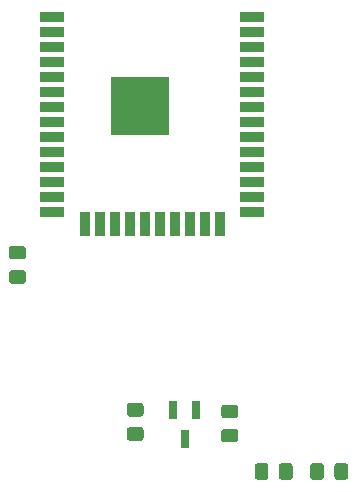
<source format=gbr>
%TF.GenerationSoftware,KiCad,Pcbnew,5.1.5+dfsg1-2build2*%
%TF.CreationDate,2021-01-07T21:04:46-03:00*%
%TF.ProjectId,Punkatoo,50756e6b-6174-46f6-9f2e-6b696361645f,rev?*%
%TF.SameCoordinates,Original*%
%TF.FileFunction,Paste,Top*%
%TF.FilePolarity,Positive*%
%FSLAX46Y46*%
G04 Gerber Fmt 4.6, Leading zero omitted, Abs format (unit mm)*
G04 Created by KiCad (PCBNEW 5.1.5+dfsg1-2build2) date 2021-01-07 21:04:46*
%MOMM*%
%LPD*%
G04 APERTURE LIST*
%ADD10C,0.100000*%
%ADD11R,5.000000X5.000000*%
%ADD12R,2.000000X0.900000*%
%ADD13R,0.900000X2.000000*%
%ADD14R,0.800000X1.500000*%
G04 APERTURE END LIST*
D10*
%TO.C,R4*%
G36*
X120174505Y-93351204D02*
G01*
X120198773Y-93354804D01*
X120222572Y-93360765D01*
X120245671Y-93369030D01*
X120267850Y-93379520D01*
X120288893Y-93392132D01*
X120308599Y-93406747D01*
X120326777Y-93423223D01*
X120343253Y-93441401D01*
X120357868Y-93461107D01*
X120370480Y-93482150D01*
X120380970Y-93504329D01*
X120389235Y-93527428D01*
X120395196Y-93551227D01*
X120398796Y-93575495D01*
X120400000Y-93599999D01*
X120400000Y-94250001D01*
X120398796Y-94274505D01*
X120395196Y-94298773D01*
X120389235Y-94322572D01*
X120380970Y-94345671D01*
X120370480Y-94367850D01*
X120357868Y-94388893D01*
X120343253Y-94408599D01*
X120326777Y-94426777D01*
X120308599Y-94443253D01*
X120288893Y-94457868D01*
X120267850Y-94470480D01*
X120245671Y-94480970D01*
X120222572Y-94489235D01*
X120198773Y-94495196D01*
X120174505Y-94498796D01*
X120150001Y-94500000D01*
X119249999Y-94500000D01*
X119225495Y-94498796D01*
X119201227Y-94495196D01*
X119177428Y-94489235D01*
X119154329Y-94480970D01*
X119132150Y-94470480D01*
X119111107Y-94457868D01*
X119091401Y-94443253D01*
X119073223Y-94426777D01*
X119056747Y-94408599D01*
X119042132Y-94388893D01*
X119029520Y-94367850D01*
X119019030Y-94345671D01*
X119010765Y-94322572D01*
X119004804Y-94298773D01*
X119001204Y-94274505D01*
X119000000Y-94250001D01*
X119000000Y-93599999D01*
X119001204Y-93575495D01*
X119004804Y-93551227D01*
X119010765Y-93527428D01*
X119019030Y-93504329D01*
X119029520Y-93482150D01*
X119042132Y-93461107D01*
X119056747Y-93441401D01*
X119073223Y-93423223D01*
X119091401Y-93406747D01*
X119111107Y-93392132D01*
X119132150Y-93379520D01*
X119154329Y-93369030D01*
X119177428Y-93360765D01*
X119201227Y-93354804D01*
X119225495Y-93351204D01*
X119249999Y-93350000D01*
X120150001Y-93350000D01*
X120174505Y-93351204D01*
G37*
G36*
X120174505Y-91301204D02*
G01*
X120198773Y-91304804D01*
X120222572Y-91310765D01*
X120245671Y-91319030D01*
X120267850Y-91329520D01*
X120288893Y-91342132D01*
X120308599Y-91356747D01*
X120326777Y-91373223D01*
X120343253Y-91391401D01*
X120357868Y-91411107D01*
X120370480Y-91432150D01*
X120380970Y-91454329D01*
X120389235Y-91477428D01*
X120395196Y-91501227D01*
X120398796Y-91525495D01*
X120400000Y-91549999D01*
X120400000Y-92200001D01*
X120398796Y-92224505D01*
X120395196Y-92248773D01*
X120389235Y-92272572D01*
X120380970Y-92295671D01*
X120370480Y-92317850D01*
X120357868Y-92338893D01*
X120343253Y-92358599D01*
X120326777Y-92376777D01*
X120308599Y-92393253D01*
X120288893Y-92407868D01*
X120267850Y-92420480D01*
X120245671Y-92430970D01*
X120222572Y-92439235D01*
X120198773Y-92445196D01*
X120174505Y-92448796D01*
X120150001Y-92450000D01*
X119249999Y-92450000D01*
X119225495Y-92448796D01*
X119201227Y-92445196D01*
X119177428Y-92439235D01*
X119154329Y-92430970D01*
X119132150Y-92420480D01*
X119111107Y-92407868D01*
X119091401Y-92393253D01*
X119073223Y-92376777D01*
X119056747Y-92358599D01*
X119042132Y-92338893D01*
X119029520Y-92317850D01*
X119019030Y-92295671D01*
X119010765Y-92272572D01*
X119004804Y-92248773D01*
X119001204Y-92224505D01*
X119000000Y-92200001D01*
X119000000Y-91549999D01*
X119001204Y-91525495D01*
X119004804Y-91501227D01*
X119010765Y-91477428D01*
X119019030Y-91454329D01*
X119029520Y-91432150D01*
X119042132Y-91411107D01*
X119056747Y-91391401D01*
X119073223Y-91373223D01*
X119091401Y-91356747D01*
X119111107Y-91342132D01*
X119132150Y-91329520D01*
X119154329Y-91319030D01*
X119177428Y-91310765D01*
X119201227Y-91304804D01*
X119225495Y-91301204D01*
X119249999Y-91300000D01*
X120150001Y-91300000D01*
X120174505Y-91301204D01*
G37*
%TD*%
D11*
%TO.C,U1*%
X130100000Y-79445000D03*
D12*
X122600000Y-71945000D03*
X122600000Y-73215000D03*
X122600000Y-74485000D03*
X122600000Y-75755000D03*
X122600000Y-77025000D03*
X122600000Y-78295000D03*
X122600000Y-79565000D03*
X122600000Y-80835000D03*
X122600000Y-82105000D03*
X122600000Y-83375000D03*
X122600000Y-84645000D03*
X122600000Y-85915000D03*
X122600000Y-87185000D03*
X122600000Y-88455000D03*
D13*
X125385000Y-89455000D03*
X126655000Y-89455000D03*
X127925000Y-89455000D03*
X129195000Y-89455000D03*
X130465000Y-89455000D03*
X131735000Y-89455000D03*
X133005000Y-89455000D03*
X134275000Y-89455000D03*
X135545000Y-89455000D03*
X136815000Y-89455000D03*
D12*
X139600000Y-88455000D03*
X139600000Y-87185000D03*
X139600000Y-85915000D03*
X139600000Y-84645000D03*
X139600000Y-83375000D03*
X139600000Y-82105000D03*
X139600000Y-80835000D03*
X139600000Y-79565000D03*
X139600000Y-78295000D03*
X139600000Y-77025000D03*
X139600000Y-75755000D03*
X139600000Y-74485000D03*
X139600000Y-73215000D03*
X139600000Y-71945000D03*
%TD*%
D10*
%TO.C,R5*%
G36*
X142774505Y-109701204D02*
G01*
X142798773Y-109704804D01*
X142822572Y-109710765D01*
X142845671Y-109719030D01*
X142867850Y-109729520D01*
X142888893Y-109742132D01*
X142908599Y-109756747D01*
X142926777Y-109773223D01*
X142943253Y-109791401D01*
X142957868Y-109811107D01*
X142970480Y-109832150D01*
X142980970Y-109854329D01*
X142989235Y-109877428D01*
X142995196Y-109901227D01*
X142998796Y-109925495D01*
X143000000Y-109949999D01*
X143000000Y-110850001D01*
X142998796Y-110874505D01*
X142995196Y-110898773D01*
X142989235Y-110922572D01*
X142980970Y-110945671D01*
X142970480Y-110967850D01*
X142957868Y-110988893D01*
X142943253Y-111008599D01*
X142926777Y-111026777D01*
X142908599Y-111043253D01*
X142888893Y-111057868D01*
X142867850Y-111070480D01*
X142845671Y-111080970D01*
X142822572Y-111089235D01*
X142798773Y-111095196D01*
X142774505Y-111098796D01*
X142750001Y-111100000D01*
X142099999Y-111100000D01*
X142075495Y-111098796D01*
X142051227Y-111095196D01*
X142027428Y-111089235D01*
X142004329Y-111080970D01*
X141982150Y-111070480D01*
X141961107Y-111057868D01*
X141941401Y-111043253D01*
X141923223Y-111026777D01*
X141906747Y-111008599D01*
X141892132Y-110988893D01*
X141879520Y-110967850D01*
X141869030Y-110945671D01*
X141860765Y-110922572D01*
X141854804Y-110898773D01*
X141851204Y-110874505D01*
X141850000Y-110850001D01*
X141850000Y-109949999D01*
X141851204Y-109925495D01*
X141854804Y-109901227D01*
X141860765Y-109877428D01*
X141869030Y-109854329D01*
X141879520Y-109832150D01*
X141892132Y-109811107D01*
X141906747Y-109791401D01*
X141923223Y-109773223D01*
X141941401Y-109756747D01*
X141961107Y-109742132D01*
X141982150Y-109729520D01*
X142004329Y-109719030D01*
X142027428Y-109710765D01*
X142051227Y-109704804D01*
X142075495Y-109701204D01*
X142099999Y-109700000D01*
X142750001Y-109700000D01*
X142774505Y-109701204D01*
G37*
G36*
X140724505Y-109701204D02*
G01*
X140748773Y-109704804D01*
X140772572Y-109710765D01*
X140795671Y-109719030D01*
X140817850Y-109729520D01*
X140838893Y-109742132D01*
X140858599Y-109756747D01*
X140876777Y-109773223D01*
X140893253Y-109791401D01*
X140907868Y-109811107D01*
X140920480Y-109832150D01*
X140930970Y-109854329D01*
X140939235Y-109877428D01*
X140945196Y-109901227D01*
X140948796Y-109925495D01*
X140950000Y-109949999D01*
X140950000Y-110850001D01*
X140948796Y-110874505D01*
X140945196Y-110898773D01*
X140939235Y-110922572D01*
X140930970Y-110945671D01*
X140920480Y-110967850D01*
X140907868Y-110988893D01*
X140893253Y-111008599D01*
X140876777Y-111026777D01*
X140858599Y-111043253D01*
X140838893Y-111057868D01*
X140817850Y-111070480D01*
X140795671Y-111080970D01*
X140772572Y-111089235D01*
X140748773Y-111095196D01*
X140724505Y-111098796D01*
X140700001Y-111100000D01*
X140049999Y-111100000D01*
X140025495Y-111098796D01*
X140001227Y-111095196D01*
X139977428Y-111089235D01*
X139954329Y-111080970D01*
X139932150Y-111070480D01*
X139911107Y-111057868D01*
X139891401Y-111043253D01*
X139873223Y-111026777D01*
X139856747Y-111008599D01*
X139842132Y-110988893D01*
X139829520Y-110967850D01*
X139819030Y-110945671D01*
X139810765Y-110922572D01*
X139804804Y-110898773D01*
X139801204Y-110874505D01*
X139800000Y-110850001D01*
X139800000Y-109949999D01*
X139801204Y-109925495D01*
X139804804Y-109901227D01*
X139810765Y-109877428D01*
X139819030Y-109854329D01*
X139829520Y-109832150D01*
X139842132Y-109811107D01*
X139856747Y-109791401D01*
X139873223Y-109773223D01*
X139891401Y-109756747D01*
X139911107Y-109742132D01*
X139932150Y-109729520D01*
X139954329Y-109719030D01*
X139977428Y-109710765D01*
X140001227Y-109704804D01*
X140025495Y-109701204D01*
X140049999Y-109700000D01*
X140700001Y-109700000D01*
X140724505Y-109701204D01*
G37*
%TD*%
%TO.C,R3*%
G36*
X145424505Y-109701204D02*
G01*
X145448773Y-109704804D01*
X145472572Y-109710765D01*
X145495671Y-109719030D01*
X145517850Y-109729520D01*
X145538893Y-109742132D01*
X145558599Y-109756747D01*
X145576777Y-109773223D01*
X145593253Y-109791401D01*
X145607868Y-109811107D01*
X145620480Y-109832150D01*
X145630970Y-109854329D01*
X145639235Y-109877428D01*
X145645196Y-109901227D01*
X145648796Y-109925495D01*
X145650000Y-109949999D01*
X145650000Y-110850001D01*
X145648796Y-110874505D01*
X145645196Y-110898773D01*
X145639235Y-110922572D01*
X145630970Y-110945671D01*
X145620480Y-110967850D01*
X145607868Y-110988893D01*
X145593253Y-111008599D01*
X145576777Y-111026777D01*
X145558599Y-111043253D01*
X145538893Y-111057868D01*
X145517850Y-111070480D01*
X145495671Y-111080970D01*
X145472572Y-111089235D01*
X145448773Y-111095196D01*
X145424505Y-111098796D01*
X145400001Y-111100000D01*
X144749999Y-111100000D01*
X144725495Y-111098796D01*
X144701227Y-111095196D01*
X144677428Y-111089235D01*
X144654329Y-111080970D01*
X144632150Y-111070480D01*
X144611107Y-111057868D01*
X144591401Y-111043253D01*
X144573223Y-111026777D01*
X144556747Y-111008599D01*
X144542132Y-110988893D01*
X144529520Y-110967850D01*
X144519030Y-110945671D01*
X144510765Y-110922572D01*
X144504804Y-110898773D01*
X144501204Y-110874505D01*
X144500000Y-110850001D01*
X144500000Y-109949999D01*
X144501204Y-109925495D01*
X144504804Y-109901227D01*
X144510765Y-109877428D01*
X144519030Y-109854329D01*
X144529520Y-109832150D01*
X144542132Y-109811107D01*
X144556747Y-109791401D01*
X144573223Y-109773223D01*
X144591401Y-109756747D01*
X144611107Y-109742132D01*
X144632150Y-109729520D01*
X144654329Y-109719030D01*
X144677428Y-109710765D01*
X144701227Y-109704804D01*
X144725495Y-109701204D01*
X144749999Y-109700000D01*
X145400001Y-109700000D01*
X145424505Y-109701204D01*
G37*
G36*
X147474505Y-109701204D02*
G01*
X147498773Y-109704804D01*
X147522572Y-109710765D01*
X147545671Y-109719030D01*
X147567850Y-109729520D01*
X147588893Y-109742132D01*
X147608599Y-109756747D01*
X147626777Y-109773223D01*
X147643253Y-109791401D01*
X147657868Y-109811107D01*
X147670480Y-109832150D01*
X147680970Y-109854329D01*
X147689235Y-109877428D01*
X147695196Y-109901227D01*
X147698796Y-109925495D01*
X147700000Y-109949999D01*
X147700000Y-110850001D01*
X147698796Y-110874505D01*
X147695196Y-110898773D01*
X147689235Y-110922572D01*
X147680970Y-110945671D01*
X147670480Y-110967850D01*
X147657868Y-110988893D01*
X147643253Y-111008599D01*
X147626777Y-111026777D01*
X147608599Y-111043253D01*
X147588893Y-111057868D01*
X147567850Y-111070480D01*
X147545671Y-111080970D01*
X147522572Y-111089235D01*
X147498773Y-111095196D01*
X147474505Y-111098796D01*
X147450001Y-111100000D01*
X146799999Y-111100000D01*
X146775495Y-111098796D01*
X146751227Y-111095196D01*
X146727428Y-111089235D01*
X146704329Y-111080970D01*
X146682150Y-111070480D01*
X146661107Y-111057868D01*
X146641401Y-111043253D01*
X146623223Y-111026777D01*
X146606747Y-111008599D01*
X146592132Y-110988893D01*
X146579520Y-110967850D01*
X146569030Y-110945671D01*
X146560765Y-110922572D01*
X146554804Y-110898773D01*
X146551204Y-110874505D01*
X146550000Y-110850001D01*
X146550000Y-109949999D01*
X146551204Y-109925495D01*
X146554804Y-109901227D01*
X146560765Y-109877428D01*
X146569030Y-109854329D01*
X146579520Y-109832150D01*
X146592132Y-109811107D01*
X146606747Y-109791401D01*
X146623223Y-109773223D01*
X146641401Y-109756747D01*
X146661107Y-109742132D01*
X146682150Y-109729520D01*
X146704329Y-109719030D01*
X146727428Y-109710765D01*
X146751227Y-109704804D01*
X146775495Y-109701204D01*
X146799999Y-109700000D01*
X147450001Y-109700000D01*
X147474505Y-109701204D01*
G37*
%TD*%
D14*
%TO.C,Q1*%
X133858000Y-107676000D03*
X132908000Y-105176000D03*
X134808000Y-105176000D03*
%TD*%
D10*
%TO.C,R2*%
G36*
X130154505Y-106652204D02*
G01*
X130178773Y-106655804D01*
X130202572Y-106661765D01*
X130225671Y-106670030D01*
X130247850Y-106680520D01*
X130268893Y-106693132D01*
X130288599Y-106707747D01*
X130306777Y-106724223D01*
X130323253Y-106742401D01*
X130337868Y-106762107D01*
X130350480Y-106783150D01*
X130360970Y-106805329D01*
X130369235Y-106828428D01*
X130375196Y-106852227D01*
X130378796Y-106876495D01*
X130380000Y-106900999D01*
X130380000Y-107551001D01*
X130378796Y-107575505D01*
X130375196Y-107599773D01*
X130369235Y-107623572D01*
X130360970Y-107646671D01*
X130350480Y-107668850D01*
X130337868Y-107689893D01*
X130323253Y-107709599D01*
X130306777Y-107727777D01*
X130288599Y-107744253D01*
X130268893Y-107758868D01*
X130247850Y-107771480D01*
X130225671Y-107781970D01*
X130202572Y-107790235D01*
X130178773Y-107796196D01*
X130154505Y-107799796D01*
X130130001Y-107801000D01*
X129229999Y-107801000D01*
X129205495Y-107799796D01*
X129181227Y-107796196D01*
X129157428Y-107790235D01*
X129134329Y-107781970D01*
X129112150Y-107771480D01*
X129091107Y-107758868D01*
X129071401Y-107744253D01*
X129053223Y-107727777D01*
X129036747Y-107709599D01*
X129022132Y-107689893D01*
X129009520Y-107668850D01*
X128999030Y-107646671D01*
X128990765Y-107623572D01*
X128984804Y-107599773D01*
X128981204Y-107575505D01*
X128980000Y-107551001D01*
X128980000Y-106900999D01*
X128981204Y-106876495D01*
X128984804Y-106852227D01*
X128990765Y-106828428D01*
X128999030Y-106805329D01*
X129009520Y-106783150D01*
X129022132Y-106762107D01*
X129036747Y-106742401D01*
X129053223Y-106724223D01*
X129071401Y-106707747D01*
X129091107Y-106693132D01*
X129112150Y-106680520D01*
X129134329Y-106670030D01*
X129157428Y-106661765D01*
X129181227Y-106655804D01*
X129205495Y-106652204D01*
X129229999Y-106651000D01*
X130130001Y-106651000D01*
X130154505Y-106652204D01*
G37*
G36*
X130154505Y-104602204D02*
G01*
X130178773Y-104605804D01*
X130202572Y-104611765D01*
X130225671Y-104620030D01*
X130247850Y-104630520D01*
X130268893Y-104643132D01*
X130288599Y-104657747D01*
X130306777Y-104674223D01*
X130323253Y-104692401D01*
X130337868Y-104712107D01*
X130350480Y-104733150D01*
X130360970Y-104755329D01*
X130369235Y-104778428D01*
X130375196Y-104802227D01*
X130378796Y-104826495D01*
X130380000Y-104850999D01*
X130380000Y-105501001D01*
X130378796Y-105525505D01*
X130375196Y-105549773D01*
X130369235Y-105573572D01*
X130360970Y-105596671D01*
X130350480Y-105618850D01*
X130337868Y-105639893D01*
X130323253Y-105659599D01*
X130306777Y-105677777D01*
X130288599Y-105694253D01*
X130268893Y-105708868D01*
X130247850Y-105721480D01*
X130225671Y-105731970D01*
X130202572Y-105740235D01*
X130178773Y-105746196D01*
X130154505Y-105749796D01*
X130130001Y-105751000D01*
X129229999Y-105751000D01*
X129205495Y-105749796D01*
X129181227Y-105746196D01*
X129157428Y-105740235D01*
X129134329Y-105731970D01*
X129112150Y-105721480D01*
X129091107Y-105708868D01*
X129071401Y-105694253D01*
X129053223Y-105677777D01*
X129036747Y-105659599D01*
X129022132Y-105639893D01*
X129009520Y-105618850D01*
X128999030Y-105596671D01*
X128990765Y-105573572D01*
X128984804Y-105549773D01*
X128981204Y-105525505D01*
X128980000Y-105501001D01*
X128980000Y-104850999D01*
X128981204Y-104826495D01*
X128984804Y-104802227D01*
X128990765Y-104778428D01*
X128999030Y-104755329D01*
X129009520Y-104733150D01*
X129022132Y-104712107D01*
X129036747Y-104692401D01*
X129053223Y-104674223D01*
X129071401Y-104657747D01*
X129091107Y-104643132D01*
X129112150Y-104630520D01*
X129134329Y-104620030D01*
X129157428Y-104611765D01*
X129181227Y-104605804D01*
X129205495Y-104602204D01*
X129229999Y-104601000D01*
X130130001Y-104601000D01*
X130154505Y-104602204D01*
G37*
%TD*%
%TO.C,R8*%
G36*
X138142505Y-106799204D02*
G01*
X138166773Y-106802804D01*
X138190572Y-106808765D01*
X138213671Y-106817030D01*
X138235850Y-106827520D01*
X138256893Y-106840132D01*
X138276599Y-106854747D01*
X138294777Y-106871223D01*
X138311253Y-106889401D01*
X138325868Y-106909107D01*
X138338480Y-106930150D01*
X138348970Y-106952329D01*
X138357235Y-106975428D01*
X138363196Y-106999227D01*
X138366796Y-107023495D01*
X138368000Y-107047999D01*
X138368000Y-107698001D01*
X138366796Y-107722505D01*
X138363196Y-107746773D01*
X138357235Y-107770572D01*
X138348970Y-107793671D01*
X138338480Y-107815850D01*
X138325868Y-107836893D01*
X138311253Y-107856599D01*
X138294777Y-107874777D01*
X138276599Y-107891253D01*
X138256893Y-107905868D01*
X138235850Y-107918480D01*
X138213671Y-107928970D01*
X138190572Y-107937235D01*
X138166773Y-107943196D01*
X138142505Y-107946796D01*
X138118001Y-107948000D01*
X137217999Y-107948000D01*
X137193495Y-107946796D01*
X137169227Y-107943196D01*
X137145428Y-107937235D01*
X137122329Y-107928970D01*
X137100150Y-107918480D01*
X137079107Y-107905868D01*
X137059401Y-107891253D01*
X137041223Y-107874777D01*
X137024747Y-107856599D01*
X137010132Y-107836893D01*
X136997520Y-107815850D01*
X136987030Y-107793671D01*
X136978765Y-107770572D01*
X136972804Y-107746773D01*
X136969204Y-107722505D01*
X136968000Y-107698001D01*
X136968000Y-107047999D01*
X136969204Y-107023495D01*
X136972804Y-106999227D01*
X136978765Y-106975428D01*
X136987030Y-106952329D01*
X136997520Y-106930150D01*
X137010132Y-106909107D01*
X137024747Y-106889401D01*
X137041223Y-106871223D01*
X137059401Y-106854747D01*
X137079107Y-106840132D01*
X137100150Y-106827520D01*
X137122329Y-106817030D01*
X137145428Y-106808765D01*
X137169227Y-106802804D01*
X137193495Y-106799204D01*
X137217999Y-106798000D01*
X138118001Y-106798000D01*
X138142505Y-106799204D01*
G37*
G36*
X138142505Y-104749204D02*
G01*
X138166773Y-104752804D01*
X138190572Y-104758765D01*
X138213671Y-104767030D01*
X138235850Y-104777520D01*
X138256893Y-104790132D01*
X138276599Y-104804747D01*
X138294777Y-104821223D01*
X138311253Y-104839401D01*
X138325868Y-104859107D01*
X138338480Y-104880150D01*
X138348970Y-104902329D01*
X138357235Y-104925428D01*
X138363196Y-104949227D01*
X138366796Y-104973495D01*
X138368000Y-104997999D01*
X138368000Y-105648001D01*
X138366796Y-105672505D01*
X138363196Y-105696773D01*
X138357235Y-105720572D01*
X138348970Y-105743671D01*
X138338480Y-105765850D01*
X138325868Y-105786893D01*
X138311253Y-105806599D01*
X138294777Y-105824777D01*
X138276599Y-105841253D01*
X138256893Y-105855868D01*
X138235850Y-105868480D01*
X138213671Y-105878970D01*
X138190572Y-105887235D01*
X138166773Y-105893196D01*
X138142505Y-105896796D01*
X138118001Y-105898000D01*
X137217999Y-105898000D01*
X137193495Y-105896796D01*
X137169227Y-105893196D01*
X137145428Y-105887235D01*
X137122329Y-105878970D01*
X137100150Y-105868480D01*
X137079107Y-105855868D01*
X137059401Y-105841253D01*
X137041223Y-105824777D01*
X137024747Y-105806599D01*
X137010132Y-105786893D01*
X136997520Y-105765850D01*
X136987030Y-105743671D01*
X136978765Y-105720572D01*
X136972804Y-105696773D01*
X136969204Y-105672505D01*
X136968000Y-105648001D01*
X136968000Y-104997999D01*
X136969204Y-104973495D01*
X136972804Y-104949227D01*
X136978765Y-104925428D01*
X136987030Y-104902329D01*
X136997520Y-104880150D01*
X137010132Y-104859107D01*
X137024747Y-104839401D01*
X137041223Y-104821223D01*
X137059401Y-104804747D01*
X137079107Y-104790132D01*
X137100150Y-104777520D01*
X137122329Y-104767030D01*
X137145428Y-104758765D01*
X137169227Y-104752804D01*
X137193495Y-104749204D01*
X137217999Y-104748000D01*
X138118001Y-104748000D01*
X138142505Y-104749204D01*
G37*
%TD*%
M02*

</source>
